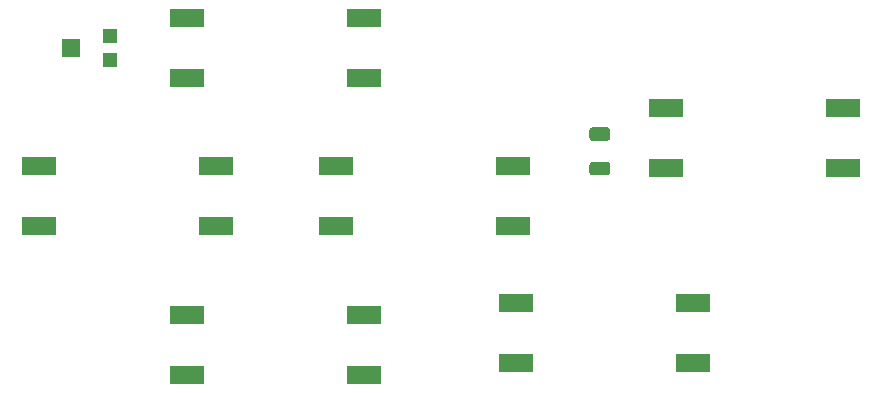
<source format=gtp>
G04 #@! TF.GenerationSoftware,KiCad,Pcbnew,(5.1.0)-1*
G04 #@! TF.CreationDate,2022-08-09T13:46:42+10:00*
G04 #@! TF.ProjectId,mainPCB_v0.9-br2,6d61696e-5043-4425-9f76-302e392d6272,rev?*
G04 #@! TF.SameCoordinates,Original*
G04 #@! TF.FileFunction,Paste,Top*
G04 #@! TF.FilePolarity,Positive*
%FSLAX46Y46*%
G04 Gerber Fmt 4.6, Leading zero omitted, Abs format (unit mm)*
G04 Created by KiCad (PCBNEW (5.1.0)-1) date 2022-08-09 13:46:42*
%MOMM*%
%LPD*%
G04 APERTURE LIST*
%ADD10C,0.100000*%
%ADD11C,1.125000*%
%ADD12R,1.200000X1.200000*%
%ADD13R,1.500000X1.600000*%
%ADD14R,3.000000X1.500000*%
G04 APERTURE END LIST*
D10*
G36*
X126506505Y-70497204D02*
G01*
X126530773Y-70500804D01*
X126554572Y-70506765D01*
X126577671Y-70515030D01*
X126599850Y-70525520D01*
X126620893Y-70538132D01*
X126640599Y-70552747D01*
X126658777Y-70569223D01*
X126675253Y-70587401D01*
X126689868Y-70607107D01*
X126702480Y-70628150D01*
X126712970Y-70650329D01*
X126721235Y-70673428D01*
X126727196Y-70697227D01*
X126730796Y-70721495D01*
X126732000Y-70745999D01*
X126732000Y-71371001D01*
X126730796Y-71395505D01*
X126727196Y-71419773D01*
X126721235Y-71443572D01*
X126712970Y-71466671D01*
X126702480Y-71488850D01*
X126689868Y-71509893D01*
X126675253Y-71529599D01*
X126658777Y-71547777D01*
X126640599Y-71564253D01*
X126620893Y-71578868D01*
X126599850Y-71591480D01*
X126577671Y-71601970D01*
X126554572Y-71610235D01*
X126530773Y-71616196D01*
X126506505Y-71619796D01*
X126482001Y-71621000D01*
X125231999Y-71621000D01*
X125207495Y-71619796D01*
X125183227Y-71616196D01*
X125159428Y-71610235D01*
X125136329Y-71601970D01*
X125114150Y-71591480D01*
X125093107Y-71578868D01*
X125073401Y-71564253D01*
X125055223Y-71547777D01*
X125038747Y-71529599D01*
X125024132Y-71509893D01*
X125011520Y-71488850D01*
X125001030Y-71466671D01*
X124992765Y-71443572D01*
X124986804Y-71419773D01*
X124983204Y-71395505D01*
X124982000Y-71371001D01*
X124982000Y-70745999D01*
X124983204Y-70721495D01*
X124986804Y-70697227D01*
X124992765Y-70673428D01*
X125001030Y-70650329D01*
X125011520Y-70628150D01*
X125024132Y-70607107D01*
X125038747Y-70587401D01*
X125055223Y-70569223D01*
X125073401Y-70552747D01*
X125093107Y-70538132D01*
X125114150Y-70525520D01*
X125136329Y-70515030D01*
X125159428Y-70506765D01*
X125183227Y-70500804D01*
X125207495Y-70497204D01*
X125231999Y-70496000D01*
X126482001Y-70496000D01*
X126506505Y-70497204D01*
X126506505Y-70497204D01*
G37*
D11*
X125857000Y-71058500D03*
D10*
G36*
X126506505Y-67572204D02*
G01*
X126530773Y-67575804D01*
X126554572Y-67581765D01*
X126577671Y-67590030D01*
X126599850Y-67600520D01*
X126620893Y-67613132D01*
X126640599Y-67627747D01*
X126658777Y-67644223D01*
X126675253Y-67662401D01*
X126689868Y-67682107D01*
X126702480Y-67703150D01*
X126712970Y-67725329D01*
X126721235Y-67748428D01*
X126727196Y-67772227D01*
X126730796Y-67796495D01*
X126732000Y-67820999D01*
X126732000Y-68446001D01*
X126730796Y-68470505D01*
X126727196Y-68494773D01*
X126721235Y-68518572D01*
X126712970Y-68541671D01*
X126702480Y-68563850D01*
X126689868Y-68584893D01*
X126675253Y-68604599D01*
X126658777Y-68622777D01*
X126640599Y-68639253D01*
X126620893Y-68653868D01*
X126599850Y-68666480D01*
X126577671Y-68676970D01*
X126554572Y-68685235D01*
X126530773Y-68691196D01*
X126506505Y-68694796D01*
X126482001Y-68696000D01*
X125231999Y-68696000D01*
X125207495Y-68694796D01*
X125183227Y-68691196D01*
X125159428Y-68685235D01*
X125136329Y-68676970D01*
X125114150Y-68666480D01*
X125093107Y-68653868D01*
X125073401Y-68639253D01*
X125055223Y-68622777D01*
X125038747Y-68604599D01*
X125024132Y-68584893D01*
X125011520Y-68563850D01*
X125001030Y-68541671D01*
X124992765Y-68518572D01*
X124986804Y-68494773D01*
X124983204Y-68470505D01*
X124982000Y-68446001D01*
X124982000Y-67820999D01*
X124983204Y-67796495D01*
X124986804Y-67772227D01*
X124992765Y-67748428D01*
X125001030Y-67725329D01*
X125011520Y-67703150D01*
X125024132Y-67682107D01*
X125038747Y-67662401D01*
X125055223Y-67644223D01*
X125073401Y-67627747D01*
X125093107Y-67613132D01*
X125114150Y-67600520D01*
X125136329Y-67590030D01*
X125159428Y-67581765D01*
X125183227Y-67575804D01*
X125207495Y-67572204D01*
X125231999Y-67571000D01*
X126482001Y-67571000D01*
X126506505Y-67572204D01*
X126506505Y-67572204D01*
G37*
D11*
X125857000Y-68133500D03*
D12*
X84350000Y-59833000D03*
D13*
X81100000Y-60833000D03*
D12*
X84350000Y-61833000D03*
D14*
X90925000Y-63373000D03*
X105925000Y-63373000D03*
X105925000Y-58293000D03*
X90925000Y-58293000D03*
X103498000Y-70866000D03*
X118498000Y-70866000D03*
X118498000Y-75946000D03*
X103498000Y-75946000D03*
X131438000Y-65913000D03*
X146438000Y-65913000D03*
X146438000Y-70993000D03*
X131438000Y-70993000D03*
X78352000Y-70866000D03*
X93352000Y-70866000D03*
X93352000Y-75946000D03*
X78352000Y-75946000D03*
X90925000Y-88519000D03*
X105925000Y-88519000D03*
X105925000Y-83439000D03*
X90925000Y-83439000D03*
X118738000Y-87503000D03*
X133738000Y-87503000D03*
X133738000Y-82423000D03*
X118738000Y-82423000D03*
M02*

</source>
